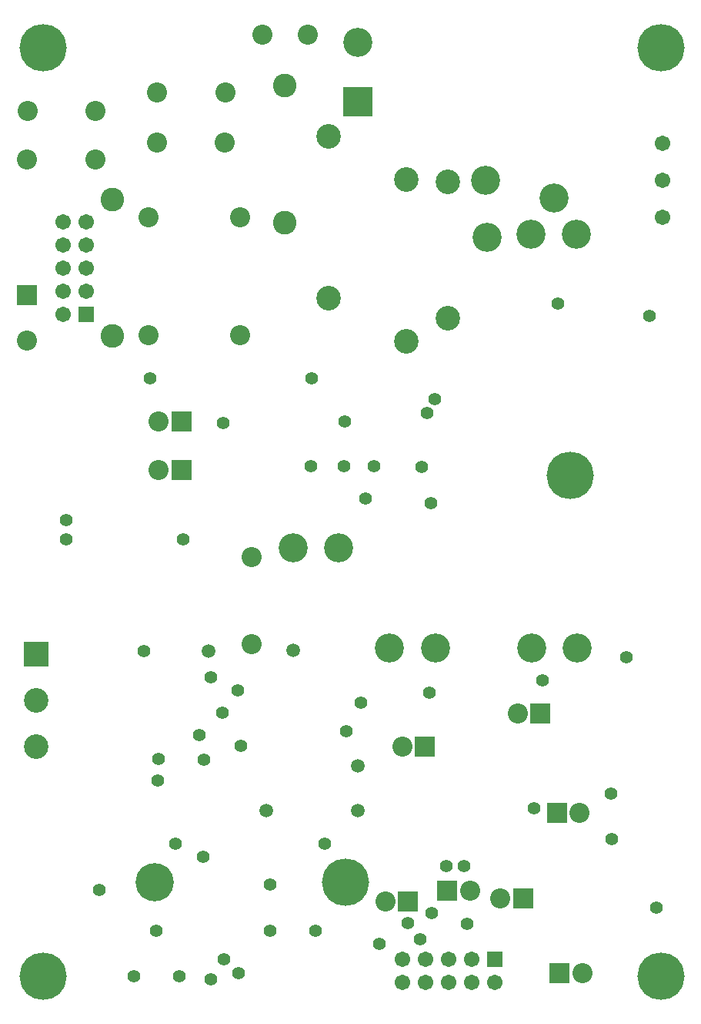
<source format=gbs>
%FSLAX43Y43*%
%MOMM*%
G71*
G01*
G75*
%ADD10C,0.300*%
%ADD11R,3.000X4.000*%
%ADD12R,1.800X1.600*%
%ADD13R,1.600X1.800*%
%ADD14O,2.000X1.000*%
%ADD15R,2.000X1.000*%
%ADD16R,4.000X4.000*%
%ADD17R,1.300X1.500*%
%ADD18R,8.000X3.500*%
%ADD19R,1.100X2.150*%
%ADD20R,3.500X2.150*%
%ADD21R,0.600X2.200*%
%ADD22R,0.600X2.200*%
%ADD23R,2.200X0.600*%
%ADD24R,2.200X0.600*%
%ADD25R,4.000X3.000*%
%ADD26R,2.150X0.600*%
%ADD27R,2.150X0.600*%
%ADD28C,1.000*%
%ADD29C,0.600*%
%ADD30C,1.500*%
%ADD31C,0.500*%
%ADD32C,2.000*%
%ADD33C,0.880*%
%ADD34C,0.400*%
%ADD35C,1.500*%
%ADD36R,1.500X1.500*%
%ADD37C,2.000*%
%ADD38C,2.000*%
%ADD39R,2.000X2.000*%
%ADD40C,2.400*%
%ADD41C,5.000*%
%ADD42C,3.000*%
%ADD43C,2.500*%
%ADD44R,2.500X2.500*%
%ADD45C,4.000*%
%ADD46R,3.000X3.000*%
%ADD47C,1.200*%
%ADD48C,1.300*%
%ADD49R,3.203X4.203*%
%ADD50R,2.003X1.803*%
%ADD51R,1.803X2.003*%
%ADD52O,2.203X1.203*%
%ADD53R,2.203X1.203*%
%ADD54R,4.203X4.203*%
%ADD55R,1.503X1.703*%
%ADD56R,8.203X3.703*%
%ADD57R,1.303X2.353*%
%ADD58R,3.703X2.353*%
%ADD59R,0.803X2.403*%
%ADD60R,0.803X2.403*%
%ADD61R,2.403X0.803*%
%ADD62R,2.403X0.803*%
%ADD63R,4.203X3.203*%
%ADD64R,2.353X0.803*%
%ADD65R,2.353X0.803*%
%ADD66C,1.703*%
%ADD67R,1.703X1.703*%
%ADD68C,2.203*%
%ADD69C,2.203*%
%ADD70R,2.203X2.203*%
%ADD71C,2.603*%
%ADD72C,5.203*%
%ADD73C,3.203*%
%ADD74C,2.703*%
%ADD75R,2.703X2.703*%
%ADD76C,4.203*%
%ADD77R,3.203X3.203*%
%ADD78C,1.403*%
%ADD79C,1.503*%
D66*
X7210Y86710D02*
D03*
X9750Y86710D02*
D03*
X7210Y84170D02*
D03*
X9750D02*
D03*
X7210Y81630D02*
D03*
X9750D02*
D03*
X7210Y79090D02*
D03*
X9750D02*
D03*
X7210Y76550D02*
D03*
X49617Y5650D02*
D03*
X52157D02*
D03*
X54697Y3110D02*
D03*
X47077D02*
D03*
X49617D02*
D03*
X52157D02*
D03*
X47077Y5650D02*
D03*
X44537D02*
D03*
Y3110D02*
D03*
X73150Y87200D02*
D03*
Y91300D02*
D03*
Y95350D02*
D03*
D67*
X9750Y76550D02*
D03*
X54697Y5650D02*
D03*
D68*
X10798Y98892D02*
D03*
X17502Y95458D02*
D03*
X25048Y100892D02*
D03*
D69*
X3298Y98892D02*
D03*
X3252Y93558D02*
D03*
X10752D02*
D03*
X3208Y73644D02*
D03*
X34154Y107302D02*
D03*
X29154D02*
D03*
X16650Y87250D02*
D03*
X26650D02*
D03*
X16650Y74250D02*
D03*
X26650D02*
D03*
X25002Y95458D02*
D03*
X17548Y100892D02*
D03*
X42645Y12061D02*
D03*
X44539Y29008D02*
D03*
X17735Y59471D02*
D03*
X17715Y64740D02*
D03*
X57239Y32724D02*
D03*
X64061Y21792D02*
D03*
X51961Y13192D02*
D03*
X64334Y4142D02*
D03*
X55339Y12358D02*
D03*
X27958Y40348D02*
D03*
Y49848D02*
D03*
D70*
X3208Y78644D02*
D03*
X61834Y4142D02*
D03*
X45145Y12061D02*
D03*
X47039Y29008D02*
D03*
X20235Y59471D02*
D03*
X20215Y64739D02*
D03*
X59739Y32724D02*
D03*
X49461Y13192D02*
D03*
X61561Y21792D02*
D03*
X57839Y12358D02*
D03*
D71*
X12600Y74200D02*
D03*
X31600Y101650D02*
D03*
X12600Y89200D02*
D03*
X31600Y86650D02*
D03*
D72*
X73000Y3850D02*
D03*
X73000Y105850D02*
D03*
X5000Y105850D02*
D03*
X5000Y3850D02*
D03*
X38294Y14159D02*
D03*
X63000Y58850D02*
D03*
D73*
X58750Y39850D02*
D03*
X63800D02*
D03*
X58697Y85350D02*
D03*
X61197Y89350D02*
D03*
X63697Y85350D02*
D03*
X48150Y39850D02*
D03*
X53900Y85050D02*
D03*
X53700Y91250D02*
D03*
X37500Y50850D02*
D03*
X32550D02*
D03*
X43150Y39850D02*
D03*
X39600Y106450D02*
D03*
D74*
X4250Y29040D02*
D03*
Y34120D02*
D03*
X49550Y91150D02*
D03*
Y76150D02*
D03*
X44992Y91387D02*
D03*
Y73607D02*
D03*
X36458Y78313D02*
D03*
Y96093D02*
D03*
D75*
X4250Y39200D02*
D03*
D76*
X17295Y14159D02*
D03*
D77*
X39600Y99950D02*
D03*
D78*
X61650Y77750D02*
D03*
X46650Y59800D02*
D03*
X40500Y56300D02*
D03*
X16100Y39550D02*
D03*
X22197Y30300D02*
D03*
X69200Y38850D02*
D03*
X58997Y22300D02*
D03*
X67497Y23850D02*
D03*
X67550Y18850D02*
D03*
X59997Y36350D02*
D03*
X47497Y34950D02*
D03*
X40000Y33850D02*
D03*
X41997Y7400D02*
D03*
X47750Y10750D02*
D03*
X51650Y9550D02*
D03*
X72497Y11350D02*
D03*
X17650Y25350D02*
D03*
X22597Y16950D02*
D03*
X29997Y13900D02*
D03*
X35000Y8850D02*
D03*
X30000D02*
D03*
X17497Y8850D02*
D03*
X19997Y3850D02*
D03*
X15000Y3850D02*
D03*
X46497Y7900D02*
D03*
X23450Y36650D02*
D03*
Y3450D02*
D03*
X26450Y35200D02*
D03*
X26500Y4150D02*
D03*
X24750Y32750D02*
D03*
X24900Y5650D02*
D03*
X45150Y9650D02*
D03*
X49350Y15950D02*
D03*
X51300Y15950D02*
D03*
X26750Y29150D02*
D03*
X22697Y27600D02*
D03*
X17697Y27700D02*
D03*
X35997Y18400D02*
D03*
X19547Y18350D02*
D03*
X38350Y30700D02*
D03*
X7550Y51850D02*
D03*
Y53950D02*
D03*
X20400Y51808D02*
D03*
X16800Y69500D02*
D03*
X38100Y59900D02*
D03*
X38200Y64750D02*
D03*
X47650Y55800D02*
D03*
X41450Y59850D02*
D03*
X48100Y67200D02*
D03*
X47250Y65750D02*
D03*
X34550Y69500D02*
D03*
X34500Y59850D02*
D03*
X24800Y64650D02*
D03*
X71750Y76350D02*
D03*
X11150Y13300D02*
D03*
D79*
X39600Y26950D02*
D03*
X39597Y22000D02*
D03*
X29597Y22000D02*
D03*
X23250Y39550D02*
D03*
X32497Y39650D02*
D03*
M02*

</source>
